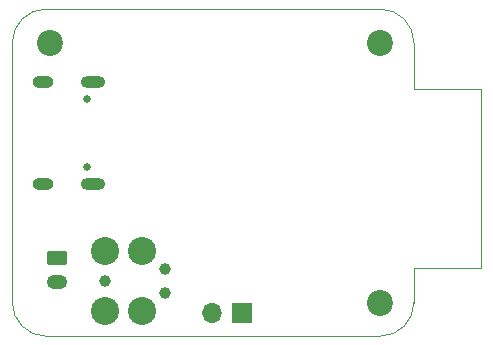
<source format=gbr>
%TF.GenerationSoftware,KiCad,Pcbnew,8.0.0*%
%TF.CreationDate,2024-03-13T13:13:58+00:00*%
%TF.ProjectId,HW_MoveCritic_KiCad_Project,48575f4d-6f76-4654-9372-697469635f4b,rev?*%
%TF.SameCoordinates,PX7ee4219PY616af6f*%
%TF.FileFunction,Soldermask,Bot*%
%TF.FilePolarity,Negative*%
%FSLAX46Y46*%
G04 Gerber Fmt 4.6, Leading zero omitted, Abs format (unit mm)*
G04 Created by KiCad (PCBNEW 8.0.0) date 2024-03-13 13:13:58*
%MOMM*%
%LPD*%
G01*
G04 APERTURE LIST*
G04 Aperture macros list*
%AMRoundRect*
0 Rectangle with rounded corners*
0 $1 Rounding radius*
0 $2 $3 $4 $5 $6 $7 $8 $9 X,Y pos of 4 corners*
0 Add a 4 corners polygon primitive as box body*
4,1,4,$2,$3,$4,$5,$6,$7,$8,$9,$2,$3,0*
0 Add four circle primitives for the rounded corners*
1,1,$1+$1,$2,$3*
1,1,$1+$1,$4,$5*
1,1,$1+$1,$6,$7*
1,1,$1+$1,$8,$9*
0 Add four rect primitives between the rounded corners*
20,1,$1+$1,$2,$3,$4,$5,0*
20,1,$1+$1,$4,$5,$6,$7,0*
20,1,$1+$1,$6,$7,$8,$9,0*
20,1,$1+$1,$8,$9,$2,$3,0*%
G04 Aperture macros list end*
%ADD10C,2.200000*%
%ADD11C,0.990600*%
%ADD12C,2.374900*%
%ADD13O,1.700000X1.700000*%
%ADD14R,1.700000X1.700000*%
%ADD15O,1.800000X1.000000*%
%ADD16O,2.100000X1.000000*%
%ADD17C,0.650000*%
%ADD18O,1.750000X1.200000*%
%ADD19RoundRect,0.250000X-0.625000X0.350000X-0.625000X-0.350000X0.625000X-0.350000X0.625000X0.350000X0*%
%TA.AperFunction,Profile*%
%ADD20C,0.100000*%
%TD*%
G04 APERTURE END LIST*
D10*
%TO.C,H1*%
X31150001Y24849999D03*
%TD*%
D11*
%TO.C,J2*%
X12890001Y3633999D03*
X12890001Y5665999D03*
D12*
X10985001Y2109999D03*
X10985001Y7189999D03*
X7810001Y2109999D03*
D11*
X7810001Y4649999D03*
D12*
X7810001Y7189999D03*
%TD*%
D13*
%TO.C,SW1*%
X16915002Y1959999D03*
D14*
X19455002Y1959999D03*
%TD*%
D15*
%TO.C,J3*%
X2635000Y12880000D03*
D16*
X6815000Y12880000D03*
D15*
X2635000Y21520000D03*
D16*
X6815000Y21520000D03*
D17*
X6315000Y14310000D03*
X6315000Y20090000D03*
%TD*%
D10*
%TO.C,H4*%
X31150001Y2849999D03*
%TD*%
D18*
%TO.C,J1*%
X3799999Y4599999D03*
D19*
X3799999Y6599999D03*
%TD*%
D10*
%TO.C,H2*%
X3150000Y24850000D03*
%TD*%
D20*
X31150001Y27699999D02*
X2849999Y27699998D01*
X0Y24849999D02*
G75*
G02*
X2849999Y27699997I2849998J0D01*
G01*
X34000000Y24850000D02*
X34000002Y20959999D01*
X2850000Y0D02*
X31150001Y-2D01*
X34000002Y2849999D02*
X34000002Y5759999D01*
X0Y24849999D02*
X0Y2849999D01*
X34000002Y2849999D02*
G75*
G02*
X31150001Y-4I-2850003J0D01*
G01*
X31150001Y27699999D02*
G75*
G02*
X33999999Y24850000I-2J-2850000D01*
G01*
X2850000Y0D02*
G75*
G02*
X-1Y2849999I-2J2849999D01*
G01*
%TO.C,AE1*%
X39700000Y20959998D02*
X34000000Y20959998D01*
X39700000Y20959998D02*
X39700000Y5759998D01*
X39700000Y5759998D02*
X34010000Y5759998D01*
%TD*%
M02*

</source>
